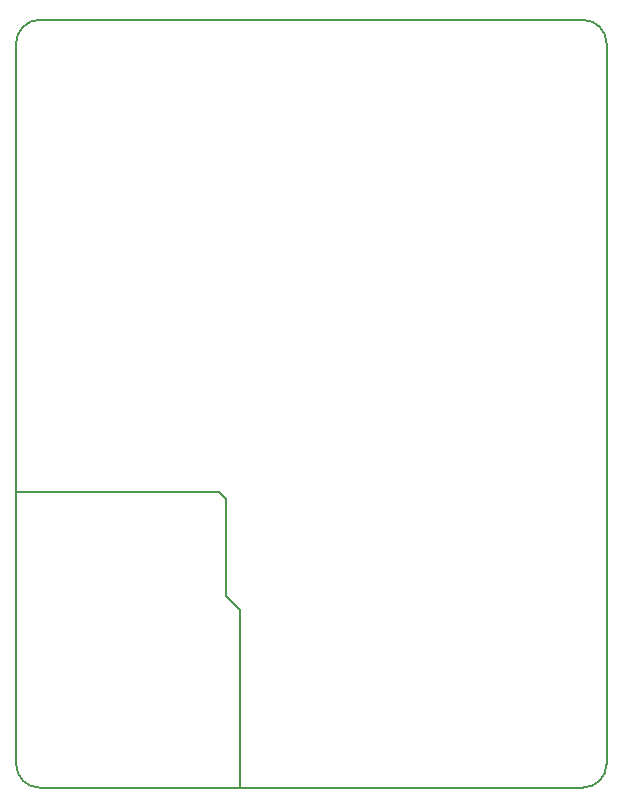
<source format=gko>
%FSLAX44Y44*%
%MOMM*%
G71*
G01*
G75*
G04 Layer_Color=16711935*
%ADD10C,0.4000*%
%ADD11C,0.2540*%
%ADD12R,1.1500X0.7000*%
%ADD13R,0.7000X1.1500*%
%ADD14R,1.0000X1.1000*%
%ADD15R,5.3300X5.5900*%
%ADD16R,6.3500X5.2800*%
%ADD17R,1.1000X1.0000*%
G04:AMPARAMS|DCode=18|XSize=1mm|YSize=1.1mm|CornerRadius=0mm|HoleSize=0mm|Usage=FLASHONLY|Rotation=45.000|XOffset=0mm|YOffset=0mm|HoleType=Round|Shape=Rectangle|*
%AMROTATEDRECTD18*
4,1,4,0.0354,-0.7425,-0.7425,0.0354,-0.0354,0.7425,0.7425,-0.0354,0.0354,-0.7425,0.0*
%
%ADD18ROTATEDRECTD18*%

G04:AMPARAMS|DCode=19|XSize=1mm|YSize=1.1mm|CornerRadius=0mm|HoleSize=0mm|Usage=FLASHONLY|Rotation=135.000|XOffset=0mm|YOffset=0mm|HoleType=Round|Shape=Rectangle|*
%AMROTATEDRECTD19*
4,1,4,0.7425,0.0354,-0.0354,-0.7425,-0.7425,-0.0354,0.0354,0.7425,0.7425,0.0354,0.0*
%
%ADD19ROTATEDRECTD19*%

G04:AMPARAMS|DCode=20|XSize=0.5mm|YSize=1.2mm|CornerRadius=0mm|HoleSize=0mm|Usage=FLASHONLY|Rotation=135.000|XOffset=0mm|YOffset=0mm|HoleType=Round|Shape=Rectangle|*
%AMROTATEDRECTD20*
4,1,4,0.6010,0.2475,-0.2475,-0.6010,-0.6010,-0.2475,0.2475,0.6010,0.6010,0.2475,0.0*
%
%ADD20ROTATEDRECTD20*%

G04:AMPARAMS|DCode=21|XSize=0.5mm|YSize=1.2mm|CornerRadius=0mm|HoleSize=0mm|Usage=FLASHONLY|Rotation=225.000|XOffset=0mm|YOffset=0mm|HoleType=Round|Shape=Rectangle|*
%AMROTATEDRECTD21*
4,1,4,-0.2475,0.6010,0.6010,-0.2475,0.2475,-0.6010,-0.6010,0.2475,-0.2475,0.6010,0.0*
%
%ADD21ROTATEDRECTD21*%

%ADD22O,0.8000X3.0000*%
%ADD23R,0.7620X1.0100*%
%ADD24R,2.2870X1.0100*%
%ADD25R,1.8000X3.7000*%
%ADD26R,0.6000X1.8000*%
G04:AMPARAMS|DCode=27|XSize=0.6mm|YSize=1.8mm|CornerRadius=0.15mm|HoleSize=0mm|Usage=FLASHONLY|Rotation=0.000|XOffset=0mm|YOffset=0mm|HoleType=Round|Shape=RoundedRectangle|*
%AMROUNDEDRECTD27*
21,1,0.6000,1.5000,0,0,0.0*
21,1,0.3000,1.8000,0,0,0.0*
1,1,0.3000,0.1500,-0.7500*
1,1,0.3000,-0.1500,-0.7500*
1,1,0.3000,-0.1500,0.7500*
1,1,0.3000,0.1500,0.7500*
%
%ADD27ROUNDEDRECTD27*%
%ADD28R,1.1000X1.5000*%
%ADD29R,0.6000X0.9000*%
%ADD30C,0.6000*%
%ADD31C,0.4500*%
%ADD32C,1.0000*%
%ADD33C,0.5000*%
%ADD34C,0.1500*%
%ADD35C,0.8000*%
%ADD36C,1.8000*%
%ADD37R,1.8000X1.8000*%
%ADD38R,1.4000X1.4000*%
%ADD39C,1.4000*%
%ADD40C,1.7000*%
%ADD41R,1.8000X1.8000*%
%ADD42P,1.9799X4X360.0*%
%ADD43P,1.9799X4X90.0*%
%ADD44C,0.6000*%
%ADD45C,1.0000*%
%ADD46C,0.9000*%
%ADD47R,1.4000X1.3900*%
%ADD48R,4.8600X3.3600*%
%ADD49R,1.5000X1.0000*%
%ADD50R,1.0000X0.9000*%
%ADD51R,1.6000X1.8000*%
%ADD52O,1.5500X0.2500*%
%ADD53R,1.5500X0.2500*%
%ADD54R,0.2500X1.5500*%
%ADD55R,4.6000X4.6000*%
G04:AMPARAMS|DCode=56|XSize=0.76mm|YSize=1.27mm|CornerRadius=0mm|HoleSize=0mm|Usage=FLASHONLY|Rotation=315.000|XOffset=0mm|YOffset=0mm|HoleType=Round|Shape=Rectangle|*
%AMROTATEDRECTD56*
4,1,4,-0.7177,-0.1803,0.1803,0.7177,0.7177,0.1803,-0.1803,-0.7177,-0.7177,-0.1803,0.0*
%
%ADD56ROTATEDRECTD56*%

%ADD57R,2.2000X1.6000*%
%ADD58R,2.0000X3.5000*%
%ADD59R,0.9000X0.6900*%
%ADD60R,0.9900X0.6900*%
%ADD61R,0.6900X0.9000*%
%ADD62R,0.6900X0.9900*%
%ADD63R,1.4000X1.4000*%
%ADD64R,1.6000X2.9000*%
%ADD65R,1.5000X1.1000*%
%ADD66R,1.8000X1.6000*%
%ADD67R,2.9000X1.6000*%
%ADD68R,3.8100X4.2400*%
%ADD69C,0.1600*%
%ADD70C,0.1800*%
%ADD71C,0.3000*%
%ADD72C,0.2000*%
%ADD73C,0.2500*%
%ADD74C,0.1000*%
%ADD75C,0.1270*%
%ADD76C,0.0254*%
%ADD77C,0.1524*%
D72*
X20000Y650000D02*
G03*
X0Y630000I0J-20000D01*
G01*
Y20000D02*
G03*
X20000Y0I20000J0D01*
G01*
X480000D02*
G03*
X500000Y20000I0J20000D01*
G01*
Y630000D02*
G03*
X480000Y650000I-20000J0D01*
G01*
X0Y20000D02*
Y630000D01*
X20000Y650000D02*
X480000D01*
X500000Y20000D02*
Y630000D01*
X20000Y0D02*
X480000D01*
X0Y250000D02*
X172000D01*
X178000Y244000D01*
Y162000D02*
Y244000D01*
Y162000D02*
X190000Y150000D01*
Y0D02*
Y150000D01*
M02*

</source>
